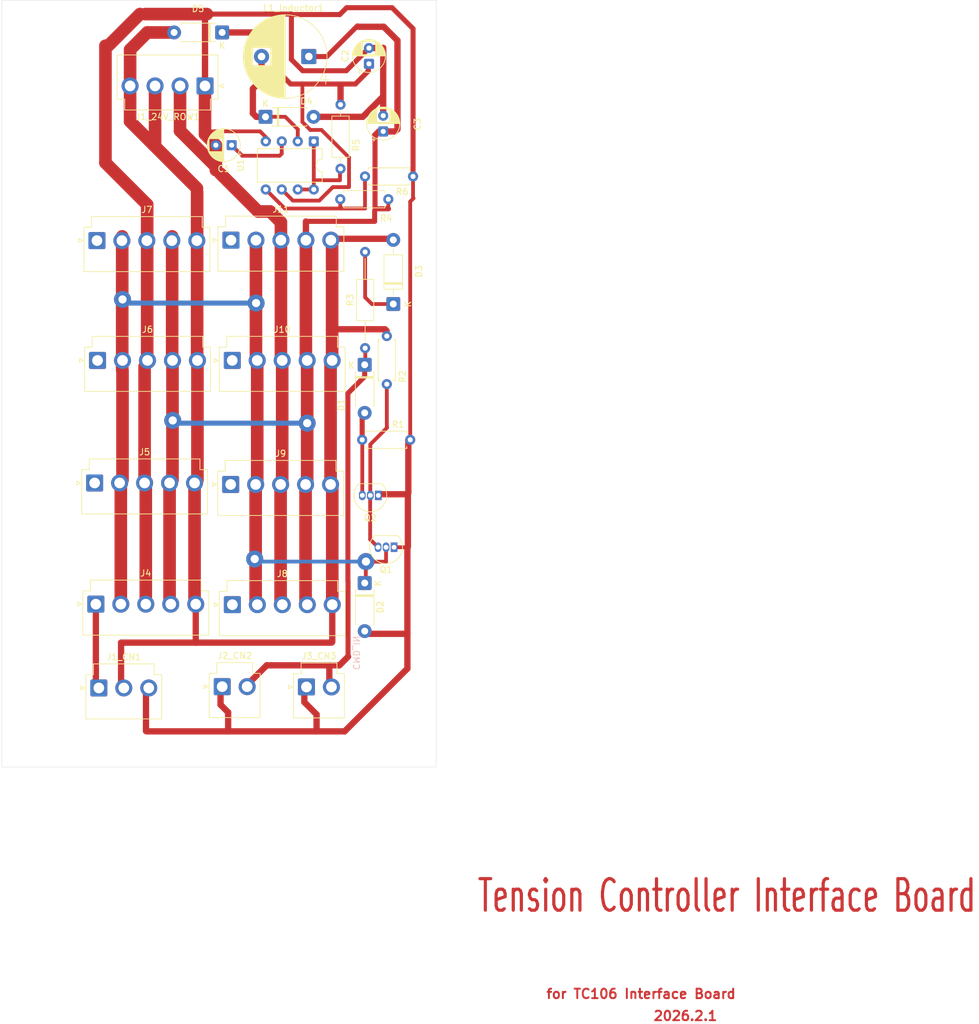
<source format=kicad_pcb>
(kicad_pcb (version 20241229) (generator "pcbnew") (generator_version "9.0")
  (layers (0 "F.Cu" signal) (2 "B.Cu" signal) (13 "F.Paste" user) (15 "B.Paste" user) (5 "F.SilkS" user "F.Silkscreen") (7 "B.SilkS" user "B.Silkscreen") (1 "F.Mask" user) (3 "B.Mask" user) (25 "Edge.Cuts" user))
  (net 0 "")
  (net 1 "+24V")
  (net 2 "Net-(U1-DC)")
  (net 3 "Net-(D3-K)")
  (net 4 "Net-(U1-TC)")
  (net 5 "Net-(D4-K)")
  (net 6 "/CMD_IN")
  (net 7 "Net-(D5-K)")
  (net 12 "Net-(D1-A)")
  (net 13 "GND")
  (net 14 "Net-(U1-Vfb)")
  (net 15 "Net-(J10-Pin_4)")
  (net 19 "Net-(J1_CN1-Pin_1)")
  (net 20 "/TC_CMD_BUS")
  (net 21 "Net-(Q1-C)")
  (footprint "Capacitor_THT:CP_Radial_D5.0mm_P2.50mm" (layer "F.Cu") (at 169.28 52.94 90)
    (property "Reference" "C3" (at 1.14 5.43 90) (layer "F.SilkS"))
    (property "Value" "470uF 16V")
    (pad "1" thru_hole roundrect (at 0 0 90) (size 1.6 1.6) (drill 0.8) (layers "*.Cu" "*.Mask") (roundrect_rratio 0.15625) (net 15 "Net-(J10-Pin_4)"))
    (pad "2" thru_hole circle (at 2.5 0 90) (size 1.6 1.6) (drill 0.8) (layers "*.Cu" "*.Mask") (net 13 "GND"))
  )
  (footprint "Resistor_THT:R_Axial_DIN0207_L6.3mm_D2.5mm_P7.62mm_Horizontal" (layer "F.Cu") (at 174.01 60.07 180)
    (property "Reference" "R6" (at 1.73 -2.41 0) (layer "F.SilkS"))
    (property "Value" "1k")
    (pad "1" thru_hole circle (at 0 0 180) (size 1.6 1.6) (drill 0.8) (layers "*.Cu" "*.Mask") (net 13 "GND"))
    (pad "2" thru_hole circle (at 7.62 0 180) (size 1.6 1.6) (drill 0.8) (layers "*.Cu" "*.Mask") (net 14 "Net-(U1-Vfb)"))
  )
  (footprint "Resistor_THT:R_Axial_DIN0207_L6.3mm_D2.5mm_P7.62mm_Horizontal" (layer "F.Cu") (at 165.94 101.81)
    (property "Reference" "R1" (at 5.71 -2.42 0) (layer "F.SilkS"))
    (property "Value" "220")
    (pad "1" thru_hole circle (at 0 0) (size 1.6 1.6) (drill 0.8) (layers "*.Cu" "*.Mask") (net 12 "Net-(D1-A)"))
    (pad "2" thru_hole circle (at 7.62 0) (size 1.6 1.6) (drill 0.8) (layers "*.Cu" "*.Mask") (net 13 "GND"))
  )
  (footprint "Connector_JST:JST_VH_B2P-VH-B_1x02_P3.96mm_Vertical" (layer "F.Cu") (at 143.7425 140.93)
    (property "Reference" "J2_CN2" (at 1.98 -4.9 0) (layer "F.SilkS"))
    (property "Value" "JST_VH_01x02")
    (pad "1" thru_hole roundrect (at 0 0) (size 2.7 2.7) (drill 1.7) (layers "*.Cu" "*.Mask") (roundrect_rratio 0.092593) (net 13 "GND"))
    (pad "2" thru_hole circle (at 3.96 0) (size 2.7 2.7) (drill 1.7) (layers "*.Cu" "*.Mask") (net 6 "/CMD_IN"))
  )
  (footprint "Connector_JST:JST_VH_B5P-VH-B_1x05_P3.96mm_Vertical" (layer "F.Cu") (at 145.36 127.94)
    (property "Reference" "J8" (at 7.92 -4.9 0) (layer "F.SilkS"))
    (property "Value" "Conn_01x05" (hide yes))
    (pad "1" thru_hole roundrect (at 0 0) (size 2.7 2.7) (drill 1.7) (layers "*.Cu" "*.Mask") (roundrect_rratio 0.092593))
    (pad "2" thru_hole circle (at 3.96 0) (size 2.7 2.7) (drill 1.7) (layers "*.Cu" "*.Mask") (net 20 "/TC_CMD_BUS"))
    (pad "3" thru_hole circle (at 7.92 0) (size 2.7 2.7) (drill 1.7) (layers "*.Cu" "*.Mask") (net 13 "GND"))
    (pad "4" thru_hole circle (at 11.88 0) (size 2.7 2.7) (drill 1.7) (layers "*.Cu" "*.Mask") (net 15 "Net-(J10-Pin_4)"))
    (pad "5" thru_hole circle (at 15.84 0) (size 2.7 2.7) (drill 1.7) (layers "*.Cu" "*.Mask") (net 1 "+24V"))
  )
  (footprint "Resistor_THT:R_Axial_DIN0207_L6.3mm_D2.5mm_P7.62mm_Horizontal" (layer "F.Cu") (at 169.8498 92.9894 90)
    (property "Reference" "R2" (at 1.21 2.49 90) (layer "F.SilkS"))
    (property "Value" "10k")
    (pad "1" thru_hole circle (at 0 0 90) (size 1.6 1.6) (drill 0.8) (layers "*.Cu" "*.Mask") (net 21 "Net-(Q1-C)"))
    (pad "2" thru_hole circle (at 7.62 0 90) (size 1.6 1.6) (drill 0.8) (layers "*.Cu" "*.Mask") (net 1 "+24V"))
  )
  (footprint "Connector_JST:JST_VH_B5P-VH-B_1x05_P3.96mm_Vertical" (layer "F.Cu") (at 145.09 108.89)
    (property "Reference" "J9" (at 7.92 -4.9 0) (layer "F.SilkS"))
    (property "Value" "Conn_01x05" (hide yes))
    (pad "1" thru_hole roundrect (at 0 0) (size 2.7 2.7) (drill 1.7) (layers "*.Cu" "*.Mask") (roundrect_rratio 0.092593))
    (pad "2" thru_hole circle (at 3.96 0) (size 2.7 2.7) (drill 1.7) (layers "*.Cu" "*.Mask") (net 20 "/TC_CMD_BUS"))
    (pad "3" thru_hole circle (at 7.92 0) (size 2.7 2.7) (drill 1.7) (layers "*.Cu" "*.Mask") (net 13 "GND"))
    (pad "4" thru_hole circle (at 11.88 0) (size 2.7 2.7) (drill 1.7) (layers "*.Cu" "*.Mask") (net 15 "Net-(J10-Pin_4)"))
    (pad "5" thru_hole circle (at 15.84 0) (size 2.7 2.7) (drill 1.7) (layers "*.Cu" "*.Mask") (net 1 "+24V"))
  )
  (footprint "Connector_JST:JST_VH_B2P-VH-B_1x02_P3.96mm_Vertical" (layer "F.Cu") (at 157.11 140.98)
    (property "Reference" "J3_CN3" (at 1.98 -4.9 0) (layer "F.SilkS"))
    (property "Value" "JST_VH_01x02")
    (pad "1" thru_hole roundrect (at 0 0) (size 2.7 2.7) (drill 1.7) (layers "*.Cu" "*.Mask") (roundrect_rratio 0.092593) (net 13 "GND"))
    (pad "2" thru_hole circle (at 3.96 0) (size 2.7 2.7) (drill 1.7) (layers "*.Cu" "*.Mask") (net 6 "/CMD_IN"))
  )
  (footprint "Resistor_THT:R_Axial_DIN0207_L6.3mm_D2.5mm_P15.24mm_Horizontal" (layer "F.Cu") (at 166.41 87.28 90)
    (property "Reference" "R3" (at 7.62 -2.37 90) (layer "F.SilkS"))
    (property "Value" "1.2k")
    (pad "1" thru_hole circle (at 0 0 90) (size 1.6 1.6) (drill 0.8) (layers "*.Cu" "*.Mask") (net 6 "/CMD_IN"))
    (pad "2" thru_hole circle (at 15.24 0 90) (size 1.6 1.6) (drill 0.8) (layers "*.Cu" "*.Mask") (net 3 "Net-(D3-K)"))
  )
  (footprint "Diode_THT:D_DO-41_SOD81_P7.62mm_Horizontal" (layer "F.Cu") (at 166.3446 124.5108 -90)
    (property "Reference" "D2" (at 3.81 -2.47 90) (layer "F.SilkS"))
    (property "Value" "1N4148" (hide yes))
    (fp_text user "K" (at 0 -2.1 90) (layer "F.SilkS"))
    (pad "1" thru_hole roundrect (at 0 0 270) (size 2.2 2.2) (drill 1.1) (layers "*.Cu" "*.Mask") (roundrect_rratio 0.113636) (net 20 "/TC_CMD_BUS"))
    (pad "2" thru_hole circle (at 7.62 0 270) (size 2.2 2.2) (drill 1.1) (layers "*.Cu" "*.Mask") (net 13 "GND"))
  )
  (footprint "Diode_THT:D_DO-41_SOD81_P7.62mm_Horizontal" (layer "F.Cu") (at 166.34 89.92 -90)
    (property "Reference" "D1" (at 6.37 3.71 90) (layer "F.SilkS"))
    (property "Value" "1N4148")
    (fp_text user "K" (at 0.12 2.11 180) (layer "F.SilkS"))
    (pad "1" thru_hole roundrect (at 0 0 270) (size 2.2 2.2) (drill 1.1) (layers "*.Cu" "*.Mask") (roundrect_rratio 0.113636) (net 6 "/CMD_IN"))
    (pad "2" thru_hole circle (at 7.62 0 270) (size 2.2 2.2) (drill 1.1) (layers "*.Cu" "*.Mask") (net 12 "Net-(D1-A)"))
  )
  (footprint "Connector_JST:JST_VH_B5P-VH-B_1x05_P3.96mm_Vertical" (layer "F.Cu") (at 123.52 108.65)
    (property "Reference" "J5" (at 7.92 -4.9 0) (layer "F.SilkS"))
    (property "Value" "Conn_01x05" (hide yes))
    (pad "1" thru_hole roundrect (at 0 0) (size 2.7 2.7) (drill 1.7) (layers "*.Cu" "*.Mask") (roundrect_rratio 0.092593))
    (pad "2" thru_hole circle (at 3.96 0) (size 2.7 2.7) (drill 1.7) (layers "*.Cu" "*.Mask") (net 20 "/TC_CMD_BUS"))
    (pad "3" thru_hole circle (at 7.92 0) (size 2.7 2.7) (drill 1.7) (layers "*.Cu" "*.Mask") (net 13 "GND"))
    (pad "4" thru_hole circle (at 11.88 0) (size 2.7 2.7) (drill 1.7) (layers "*.Cu" "*.Mask") (net 15 "Net-(J10-Pin_4)"))
    (pad "5" thru_hole circle (at 15.84 0) (size 2.7 2.7) (drill 1.7) (layers "*.Cu" "*.Mask") (net 1 "+24V"))
  )
  (footprint "Diode_THT:D_DO-41_SOD81_P7.62mm_Horizontal" (layer "F.Cu") (at 150.61 50.62)
    (property "Reference" "D4" (at 6.496428 -2.48 0) (layer "F.SilkS"))
    (property "Value" "1N5819")
    (fp_text user "K" (at 0 -2.1 0) (layer "F.SilkS"))
    (pad "1" thru_hole roundrect (at 0 0) (size 2.2 2.2) (drill 1.1) (layers "*.Cu" "*.Mask") (roundrect_rratio 0.113636) (net 5 "Net-(D4-K)"))
    (pad "2" thru_hole circle (at 7.62 0) (size 2.2 2.2) (drill 1.1) (layers "*.Cu" "*.Mask") (net 13 "GND"))
  )
  (footprint "Package_TO_SOT_THT:TO-92_Inline" (layer "F.Cu") (at 168.5 110.62 180)
    (property "Reference" "Q2" (at 1.27 -3.56 0) (layer "F.SilkS"))
    (property "Value" "DTC143E")
    (pad "1" thru_hole rect (at 0 0 180) (size 1.05 1.5) (drill 0.75) (layers "*.Cu" "*.Mask") (net 13 "GND"))
    (pad "2" thru_hole oval (at 1.27 0 180) (size 1.05 1.5) (drill 0.75) (layers "*.Cu" "*.Mask") (net 21 "Net-(Q1-C)"))
    (pad "3" thru_hole oval (at 2.54 0 180) (size 1.05 1.5) (drill 0.75) (layers "*.Cu" "*.Mask") (net 12 "Net-(D1-A)"))
  )
  (footprint "Capacitor_THT:CP_Radial_D13.0mm_P7.50mm" (layer "F.Cu") (at 157.485216 41.07 180)
    (property "Reference" "L1_Inductor1" (at 2.428788 7.7 0) (layer "F.SilkS"))
    (property "Value" "L_Ferrite" (hide yes))
    (pad "1" thru_hole roundrect (at 0 0 180) (size 2.4 2.4) (drill 1.2) (layers "*.Cu" "*.Mask") (roundrect_rratio 0.104167) (net 15 "Net-(J10-Pin_4)"))
    (pad "2" thru_hole circle (at 7.5 0 180) (size 2.4 2.4) (drill 1.2) (layers "*.Cu" "*.Mask") (net 5 "Net-(D4-K)"))
  )
  (footprint "Capacitor_THT:CP_Radial_D5.0mm_P2.50mm" (layer "F.Cu") (at 167.02 42.22 90)
    (property "Reference" "C2" (at 1.25 -3.75 90) (layer "F.SilkS"))
    (property "Value" "470pF 100V")
    (pad "1" thru_hole roundrect (at 0 0 90) (size 1.6 1.6) (drill 0.8) (layers "*.Cu" "*.Mask") (roundrect_rratio 0.15625) (net 7 "Net-(D5-K)"))
    (pad "2" thru_hole circle (at 2.5 0 90) (size 1.6 1.6) (drill 0.8) (layers "*.Cu" "*.Mask") (net 13 "GND"))
  )
  (footprint "Resistor_THT:R_Axial_DIN0207_L6.3mm_D2.5mm_P10.16mm_Horizontal" (layer "F.Cu") (at 162.51 48.69 -90)
    (property "Reference" "R5" (at 6.42 -2.5 90) (layer "F.SilkS"))
    (property "Value" "0.22")
    (pad "1" thru_hole circle (at 0 0 270) (size 1.6 1.6) (drill 0.8) (layers "*.Cu" "*.Mask") (net 7 "Net-(D5-K)"))
    (pad "2" thru_hole circle (at 10.16 0 270) (size 1.6 1.6) (drill 0.8) (layers "*.Cu" "*.Mask") (net 2 "Net-(U1-DC)"))
  )
  (footprint "Capacitor_THT:CP_Radial_D5.0mm_P2.50mm" (layer "F.Cu") (at 145.24 55.11 180)
    (property "Reference" "C1" (at 1.25 -3.75 0) (layer "F.SilkS"))
    (property "Value" "1000uF 35V")
    (pad "1" thru_hole roundrect (at 0 0 180) (size 1.6 1.6) (drill 0.8) (layers "*.Cu" "*.Mask") (roundrect_rratio 0.15625) (net 4 "Net-(U1-TC)"))
    (pad "2" thru_hole circle (at 2.5 0 180) (size 1.6 1.6) (drill 0.8) (layers "*.Cu" "*.Mask") (net 13 "GND"))
  )
  (footprint "Package_TO_SOT_THT:TO-92_Inline" (layer "F.Cu") (at 171 118.84 180)
    (property "Reference" "Q1" (at 1.27 -3.56 0) (layer "F.SilkS"))
    (property "Value" "DTC143E")
    (pad "1" thru_hole rect (at 0 0 180) (size 1.05 1.5) (drill 0.75) (layers "*.Cu" "*.Mask") (net 13 "GND"))
    (pad "2" thru_hole oval (at 1.27 0 180) (size 1.05 1.5) (drill 0.75) (layers "*.Cu" "*.Mask") (net 20 "/TC_CMD_BUS"))
    (pad "3" thru_hole oval (at 2.54 0 180) (size 1.05 1.5) (drill 0.75) (layers "*.Cu" "*.Mask") (net 21 "Net-(Q1-C)"))
  )
  (footprint "Diode_THT:D_DO-41_SOD81_P10.16mm_Horizontal" (layer "F.Cu") (at 170.876428 80.29 90)
    (property "Reference" "D3" (at 5.17 4.07 90) (layer "F.SilkS"))
    (property "Value" "1N4148")
    (fp_text user "K" (at -0.01 2.323572 90) (layer "F.SilkS"))
    (pad "1" thru_hole roundrect (at 0 0 90) (size 2.2 2.2) (drill 1.1) (layers "*.Cu" "*.Mask") (roundrect_rratio 0.113636) (net 3 "Net-(D3-K)"))
    (pad "2" thru_hole circle (at 10.16 0 90) (size 2.2 2.2) (drill 1.1) (layers "*.Cu" "*.Mask") (net 1 "+24V"))
  )
  (footprint "Connector_JST:JST_VH_B5P-VH-B_1x05_P3.96mm_Vertical" (layer "F.Cu") (at 123.98 89.23)
    (property "Reference" "J6" (at 7.92 -4.9 0) (layer "F.SilkS"))
    (property "Value" "Conn_01x05" (hide yes))
    (pad "1" thru_hole roundrect (at 0 0) (size 2.7 2.7) (drill 1.7) (layers "*.Cu" "*.Mask") (roundrect_rratio 0.092593))
    (pad "2" thru_hole circle (at 3.96 0) (size 2.7 2.7) (drill 1.7) (layers "*.Cu" "*.Mask") (net 20 "/TC_CMD_BUS"))
    (pad "3" thru_hole circle (at 7.92 0) (size 2.7 2.7) (drill 1.7) (layers "*.Cu" "*.Mask") (net 13 "GND"))
    (pad "4" thru_hole circle (at 11.88 0) (size 2.7 2.7) (drill 1.7) (layers "*.Cu" "*.Mask") (net 15 "Net-(J10-Pin_4)"))
    (pad "5" thru_hole circle (at 15.84 0) (size 2.7 2.7) (drill 1.7) (layers "*.Cu" "*.Mask") (net 1 "+24V"))
  )
  (footprint "Package_DIP:DIP-8_W7.62mm" (layer "F.Cu") (at 158.27 54.515 -90)
    (property "Reference" "U1" (at 3.785 11.62 90) (layer "F.SilkS"))
    (property "Value" "MC34063AP")
    (pad "1" thru_hole roundrect (at 0 0 270) (size 1.6 1.6) (drill 0.8) (layers "*.Cu" "*.Mask") (roundrect_rratio 0.15625) (net 2 "Net-(U1-DC)"))
    (pad "2" thru_hole circle (at 0 2.54 270) (size 1.6 1.6) (drill 0.8) (layers "*.Cu" "*.Mask") (net 5 "Net-(D4-K)"))
    (pad "3" thru_hole circle (at 0 5.08 270) (size 1.6 1.6) (drill 0.8) (layers "*.Cu" "*.Mask") (net 4 "Net-(U1-TC)"))
    (pad "4" thru_hole circle (at 0 7.62 270) (size 1.6 1.6) (drill 0.8) (layers "*.Cu" "*.Mask") (net 13 "GND"))
    (pad "5" thru_hole circle (at 7.62 7.62 270) (size 1.6 1.6) (drill 0.8) (layers "*.Cu" "*.Mask") (net 14 "Net-(U1-Vfb)"))
    (pad "6" thru_hole circle (at 7.62 5.08 270) (size 1.6 1.6) (drill 0.8) (layers "*.Cu" "*.Mask") (net 7 "Net-(D5-K)"))
    (pad "7" thru_hole circle (at 7.62 2.54 270) (size 1.6 1.6) (drill 0.8) (layers "*.Cu" "*.Mask") (net 2 "Net-(U1-DC)"))
    (pad "8" thru_hole circle (at 7.62 0 270) (size 1.6 1.6) (drill 0.8) (layers "*.Cu" "*.Mask") (net 2 "Net-(U1-DC)"))
  )
  (footprint "Connector_JST:JST_VH_B4P-VH-B_1x04_P3.96mm_Vertical" (layer "F.Cu") (at 141.02 45.72 180)
    (property "Reference" "J1_24V_ROW1" (at 5.94 -4.9 0) (layer "F.SilkS"))
    (property "Value" "Conn_01x04" (hide yes))
    (pad "1" thru_hole roundrect (at 0 0 180) (size 2.7 2.7) (drill 1.7) (layers "*.Cu" "*.Mask") (roundrect_rratio 0.092593) (net 13 "GND"))
    (pad "2" thru_hole circle (at 3.96 0 180) (size 2.7 2.7) (drill 1.7) (layers "*.Cu" "*.Mask") (net 13 "GND"))
    (pad "3" thru_hole circle (at 7.92 0 180) (size 2.7 2.7) (drill 1.7) (layers "*.Cu" "*.Mask") (net 1 "+24V"))
    (pad "4" thru_hole circle (at 11.88 0 180) (size 2.7 2.7) (drill 1.7) (layers "*.Cu" "*.Mask") (net 1 "+24V"))
  )
  (footprint "Connector_JST:JST_VH_B5P-VH-B_1x05_P3.96mm_Vertical" (layer "F.Cu") (at 123.71 127.86)
    (property "Reference" "J4" (at 7.92 -4.9 0) (layer "F.SilkS"))
    (property "Value" "Conn_01x05" (hide yes))
    (pad "1" thru_hole roundrect (at 0 0) (size 2.7 2.7) (drill 1.7) (layers "*.Cu" "*.Mask") (roundrect_rratio 0.092593) (net 19 "Net-(J1_CN1-Pin_1)"))
    (pad "2" thru_hole circle (at 3.96 0) (size 2.7 2.7) (drill 1.7) (layers "*.Cu" "*.Mask") (net 20 "/TC_CMD_BUS"))
    (pad "3" thru_hole circle (at 7.92 0) (size 2.7 2.7) (drill 1.7) (layers "*.Cu" "*.Mask") (net 13 "GND"))
    (pad "4" thru_hole circle (at 11.88 0) (size 2.7 2.7) (drill 1.7) (layers "*.Cu" "*.Mask") (net 15 "Net-(J10-Pin_4)"))
    (pad "5" thru_hole circle (at 15.84 0) (size 2.7 2.7) (drill 1.7) (layers "*.Cu" "*.Mask") (net 1 "+24V"))
  )
  (footprint "Connector_JST:JST_VH_B5P-VH-B_1x05_P3.96mm_Vertical" (layer "F.Cu") (at 145.14 70.17)
    (property "Reference" "J11" (at 7.92 -4.9 0) (layer "F.SilkS"))
    (property "Value" "Conn_01x05" (hide yes))
    (pad "1" thru_hole roundrect (at 0 0) (size 2.7 2.7) (drill 1.7) (layers "*.Cu" "*.Mask") (roundrect_rratio 0.092593))
    (pad "2" thru_hole circle (at 3.96 0) (size 2.7 2.7) (drill 1.7) (layers "*.Cu" "*.Mask") (net 20 "/TC_CMD_BUS"))
    (pad "3" thru_hole circle (at 7.92 0) (size 2.7 2.7) (drill 1.7) (layers "*.Cu" "*.Mask") (net 13 "GND"))
    (pad "4" thru_hole circle (at 11.88 0) (size 2.7 2.7) (drill 1.7) (layers "*.Cu" "*.Mask") (net 15 "Net-(J10-Pin_4)"))
    (pad "5" thru_hole circle (at 15.84 0) (size 2.7 2.7) (drill 1.7) (layers "*.Cu" "*.Mask") (net 1 "+24V"))
  )
  (footprint "Diode_THT:D_DO-41_SOD81_P7.62mm_Horizontal" (layer "F.Cu") (at 143.74 37.25 180)
    (property "Reference" "D5" (at 3.833572 3.75 0) (layer "F.SilkS"))
    (property "Value" "1N4007")
    (fp_text user "K" (at 0 -2.1 0) (layer "F.SilkS"))
    (pad "1" thru_hole roundrect (at 0 0 180) (size 2.2 2.2) (drill 1.1) (layers "*.Cu" "*.Mask") (roundrect_rratio 0.113636) (net 7 "Net-(D5-K)"))
    (pad "2" thru_hole circle (at 7.62 0 180) (size 2.2 2.2) (drill 1.1) (layers "*.Cu" "*.Mask") (net 1 "+24V"))
  )
  (footprint "Connector_JST:JST_VH_B3P-VH-B_1x03_P3.96mm_Vertical" (layer "F.Cu") (at 124.18 141.14)
    (property "Reference" "J1_CN1" (at 3.96 -4.9 0) (layer "F.SilkS"))
    (property "Value" "JST_VH_01x03")
    (pad "1" thru_hole roundrect (at 0 0) (size 2.7 2.7) (drill 1.7) (layers "*.Cu" "*.Mask") (roundrect_rratio 0.092593) (net 19 "Net-(J1_CN1-Pin_1)"))
    (pad "2" thru_hole circle (at 3.96 0) (size 2.7 2.7) (drill 1.7) (layers "*.Cu" "*.Mask") (net 1 "+24V"))
    (pad "3" thru_hole circle (at 7.92 0) (size 2.7 2.7) (drill 1.7) (layers "*.Cu" "*.Mask") (net 13 "GND"))
  )
  (footprint "Connector_JST:JST_VH_B5P-VH-B_1x05_P3.96mm_Vertical" (layer "F.Cu") (at 145.34 89.23)
    (property "Reference" "J10" (at 7.92 -4.9 0) (layer "F.SilkS"))
    (property "Value" "Conn_01x05" (hide yes))
    (pad "1" thru_hole roundrect (at 0 0) (size 2.7 2.7) (drill 1.7) (layers "*.Cu" "*.Mask") (roundrect_rratio 0.092593))
    (pad "2" thru_hole circle (at 3.96 0) (size 2.7 2.7) (drill 1.7) (layers "*.Cu" "*.Mask") (net 20 "/TC_CMD_BUS"))
    (pad "3" thru_hole circle (at 7.92 0) (size 2.7 2.7) (drill 1.7) (layers "*.Cu" "*.Mask") (net 13 "GND"))
    (pad "4" thru_hole circle (at 11.88 0) (size 2.7 2.7) (drill 1.7) (layers "*.Cu" "*.Mask") (net 15 "Net-(J10-Pin_4)"))
    (pad "5" thru_hole circle (at 15.84 0) (size 2.7 2.7) (drill 1.7) (layers "*.Cu" "*.Mask") (net 1 "+24V"))
  )
  (footprint "Connector_JST:JST_VH_B5P-VH-B_1x05_P3.96mm_Vertical" (layer "F.Cu") (at 123.88 70.24)
    (property "Reference" "J7" (at 7.92 -4.9 0) (layer "F.SilkS"))
    (property "Value" "Conn_01x05" (hide yes))
    (pad "1" thru_hole roundrect (at 0 0) (size 2.7 2.7) (drill 1.7) (layers "*.Cu" "*.Mask") (roundrect_rratio 0.092593))
    (pad "2" thru_hole circle (at 3.96 0) (size 2.7 2.7) (drill 1.7) (layers "*.Cu" "*.Mask") (net 20 "/TC_CMD_BUS"))
    (pad "3" thru_hole circle (at 7.92 0) (size 2.7 2.7) (drill 1.7) (layers "*.Cu" "*.Mask") (net 13 "GND"))
    (pad "4" thru_hole circle (at 11.88 0) (size 2.7 2.7) (drill 1.7) (layers "*.Cu" "*.Mask") (net 15 "Net-(J10-Pin_4)"))
    (pad "5" thru_hole circle (at 15.84 0) (size 2.7 2.7) (drill 1.7) (layers "*.Cu" "*.Mask") (net 1 "+24V"))
  )
  (footprint "Resistor_THT:R_Axial_DIN0207_L6.3mm_D2.5mm_P7.62mm_Horizontal" (layer "F.Cu") (at 162.47 63.68)
    (property "Reference" "R4" (at 7.28 3.01 0) (layer "F.SilkS"))
    (property "Value" "6.2k")
    (pad "1" thru_hole circle (at 0 0) (size 1.6 1.6) (drill 0.8) (layers "*.Cu" "*.Mask") (net 14 "Net-(U1-Vfb)"))
    (pad "2" thru_hole circle (at 7.62 0) (size 1.6 1.6) (drill 0.8) (layers "*.Cu" "*.Mask") (net 15 "Net-(J10-Pin_4)"))
  )
  (gr_rect (start 108.8 32.13) (end 177.69 153.68) (stroke (width 0.05)) (fill no) (layer "Edge.Cuts"))
  (gr_text "Tension Controller Interface Board" (at 184 177 0) (layer "F.Cu") (effects (font (size 5 3) (thickness 0.5)) (justify left bottom)))
  (gr_text "for TC106 Interface Board" (at 195 190.5 0) (layer "F.Cu") (effects (font (size 1.5 1.5) (thickness 0.3) (bold yes)) (justify left bottom)))
  (gr_text "2026.2.1" (at 212 194 0) (layer "F.Cu") (effects (font (size 1.5 1.5) (thickness 0.3) (bold yes)) (justify left bottom)))
  (gr_text "CMD_IN" (at 164.4142 138.3538 270) (layer "B.SilkS") (effects (font (size 1 1) (thickness 0.1)) (justify left bottom mirror)))
  (segment (start 139.82 89.23) (end 139.82 108.19) (width 2) (layer "F.Cu") (net 1))
  (segment (start 161.18 84.38) (end 161.18 70.37) (width 2) (layer "F.Cu") (net 1))
  (segment (start 139.77 69.57) (end 139.77 89.18) (width 2) (layer "F.Cu") (net 1))
  (segment (start 169.81 85.64) (end 169.81 84.51) (width 1) (layer "F.Cu") (net 1))
  (segment (start 161.27 84.29) (end 161.18 84.38) (width 0.2) (layer "F.Cu") (net 1))
  (segment (start 170.86 69.95) (end 161.2 69.95) (width 1) (layer "F.Cu") (net 1))
  (segment (start 127.7125 133.96) (end 139.55 133.96) (width 1) (layer "F.Cu") (net 1))
  (segment (start 139.36 127.67) (end 139.55 127.86) (width 0.2) (layer "F.Cu") (net 1))
  (segment (start 161.2 109.16) (end 160.93 108.89) (width 0.2) (layer "F.Cu") (net 1))
  (segment (start 129.14 45.72) (end 129.14 39.97) (width 2) (layer "F.Cu") (net 1))
  (segment (start 161.2 69.95) (end 160.98 70.17) (width 0.2) (layer "F.Cu") (net 1))
  (segment (start 133.1 54.85) (end 132.87 55.08) (width 0.2) (layer "F.Cu") (net 1))
  (segment (start 139.36 108.65) (end 139.36 127.67) (width 2) (layer "F.Cu") (net 1))
  (segment (start 131.86 37.25) (end 136.12 37.25) (width 2) (layer "F.Cu") (net 1))
  (segment (start 169.81 84.51) (end 169.59 84.29) (width 0.2) (layer "F.Cu") (net 1))
  (segment (start 161.2 133.856428) (end 161.2 127.94) (width 1) (layer "F.Cu") (net 1))
  (segment (start 139.82 108.19) (end 139.36 108.65) (width 0.2) (layer "F.Cu") (net 1))
  (segment (start 139.77 62.54) (end 139.75 62.52) (width 0.2) (layer "F.Cu") (net 1))
  (segment (start 169.59 84.29) (end 161.27 84.29) (width 1) (layer "F.Cu") (net 1))
  (segment (start 161.2 127.94) (end 161.2 109.16) (width 2) (layer "F.Cu") (net 1))
  (segment (start 129.14 51.33) (end 129.14 45.72) (width 2) (layer "F.Cu") (net 1))
  (segment (start 132.87 55.08) (end 129.13 51.34) (width 2) (layer "F.Cu") (net 1))
  (segment (start 129.13 51.34) (end 129.14 51.33) (width 0.2) (layer "F.Cu") (net 1))
  (segment (start 160.93 108.89) (end 160.93 89.48) (width 2) (layer "F.Cu") (net 1))
  (segment (start 139.75 61.96) (end 132.87 55.08) (width 2) (layer "F.Cu") (net 1))
  (segment (start 127.7125 141) (end 127.7125 133.96) (width 1) (layer "F.Cu") (net 1))
  (segment (start 139.55 127.86) (end 139.55 133.96) (width 1) (layer "F.Cu") (net 1))
  (segment (start 139.55 133.96) (end 161.096428 133.96) (width 1) (layer "F.Cu") (net 1))
  (segment (start 161.18 89.23) (end 161.18 84.38) (width 2) (layer "F.Cu") (net 1))
  (segment (start 133.1 45.72) (end 133.1 54.85) (width 2) (layer "F.Cu") (net 1))
  (segment (start 129.14 39.97) (end 131.86 37.25) (width 2) (layer "F.Cu") (net 1))
  (segment (start 161.096428 133.96) (end 161.2 133.856428) (width 0.2) (layer "F.Cu") (net 1))
  (segment (start 161.18 70.37) (end 160.98 70.17) (width 0.2) (layer "F.Cu") (net 1))
  (segment (start 139.77 89.18) (end 139.82 89.23) (width 0.2) (layer "F.Cu") (net 1))
  (segment (start 139.77 69.57) (end 139.77 62.54) (width 2) (layer "F.Cu") (net 1))
  (segment (start 139.75 62.52) (end 139.75 61.96) (width 0.2) (layer "F.Cu") (net 1))
  (segment (start 160.93 89.48) (end 161.18 89.23) (width 0.2) (layer "F.Cu") (net 1))
  (segment (start 162.43 58.71) (end 162.43 60.646428) (width 0.6) (layer "F.Cu") (net 2))
  (segment (start 158.28 60.67) (end 158.27 60.66) (width 0.2) (layer "F.Cu") (net 2))
  (segment (start 158.27 60.66) (end 158.27 60.55) (width 0.2) (layer "F.Cu") (net 2))
  (segment (start 162.406428 60.67) (end 158.28 60.67) (width 0.6) (layer "F.Cu") (net 2))
  (segment (start 162.43 60.646428) (end 162.406428 60.67) (width 0.2) (layer "F.Cu") (net 2))
  (segment (start 158.27 62.135) (end 158.27 60.55) (width 0.6) (layer "F.Cu") (net 2))
  (segment (start 155.73 62.135) (end 158.27 62.135) (width 0.6) (layer "F.Cu") (net 2))
  (segment (start 158.27 60.55) (end 158.27 54.515) (width 0.6) (layer "F.Cu") (net 2))
  (segment (start 170.876428 80.29) (end 167.5 80.29) (width 0.6) (layer "F.Cu") (net 3))
  (segment (start 166.41 79.22) (end 166.41 72.04) (width 0.6) (layer "F.Cu") (net 3))
  (segment (start 167.5 80.29) (end 167.49 80.3) (width 0.2) (layer "F.Cu") (net 3))
  (segment (start 167.49 80.3) (end 166.41 79.22) (width 0.6) (layer "F.Cu") (net 3))
  (segment (start 153.74 55.065) (end 153.19 54.515) (width 0.2) (layer "F.Cu") (net 4))
  (segment (start 145.24 55.11) (end 146.92 56.79) (width 0.6) (layer "F.Cu") (net 4))
  (segment (start 146.92 56.79) (end 152.86 56.79) (width 0.6) (layer "F.Cu") (net 4))
  (segment (start 153.19 56.46) (end 153.19 54.515) (width 0.6) (layer "F.Cu") (net 4))
  (segment (start 152.86 56.79) (end 153.19 56.46) (width 0.6) (layer "F.Cu") (net 4))
  (segment (start 150.61 50.62) (end 149.15 50.62) (width 1) (layer "F.Cu") (net 5))
  (segment (start 155.73 54.515) (end 155.73 52.68) (width 0.6) (layer "F.Cu") (net 5))
  (segment (start 149.15 50.62) (end 148.61 50.08) (width 1) (layer "F.Cu") (net 5))
  (segment (start 153.75 50.62) (end 150.61 50.62) (width 0.6) (layer "F.Cu") (net 5))
  (segment (start 148.61 46.17) (end 149.985216 44.794784) (width 1) (layer "F.Cu") (net 5))
  (segment (start 148.61 50.08) (end 148.61 46.17) (width 1) (layer "F.Cu") (net 5))
  (segment (start 153.82 50.69) (end 153.75 50.62) (width 0.2) (layer "F.Cu") (net 5))
  (segment (start 155.73 52.68) (end 155.77 52.64) (width 0.2) (layer "F.Cu") (net 5))
  (segment (start 149.985216 44.794784) (end 149.985216 41.07) (width 1) (layer "F.Cu") (net 5))
  (segment (start 155.77 52.64) (end 153.82 50.69) (width 0.6) (layer "F.Cu") (net 5))
  (segment (start 151.59 137.55) (end 160.81 137.55) (width 1) (layer "F.Cu") (net 6))
  (segment (start 166.44 89.82) (end 166.34 89.92) (width 0.2) (layer "F.Cu") (net 6))
  (segment (start 162.34 137.55) (end 163.7 136.19) (width 1) (layer "F.Cu") (net 6))
  (segment (start 163.76 136.19) (end 163.7 136.13) (width 0.2) (layer "F.Cu") (net 6))
  (segment (start 163.7 136.19) (end 163.76 136.19) (width 0.2) (layer "F.Cu") (net 6))
  (segment (start 166.34 91.78) (end 165.67 92.45) (width 0.8) (layer "F.Cu") (net 6))
  (segment (start 160.81 137.55) (end 162.34 137.55) (width 1) (layer "F.Cu") (net 6))
  (segment (start 163.7 136.13) (end 163.7 124.243572) (width 0.8) (layer "F.Cu") (net 6))
  (segment (start 150.8025 137.55) (end 151.59 137.55) (width 1) (layer "F.Cu") (net 6))
  (segment (start 147.4425 140.91) (end 150.8025 137.55) (width 1) (layer "F.Cu") (net 6))
  (segment (start 166.34 89.92) (end 166.34 91.78) (width 0.8) (layer "F.Cu") (net 6))
  (segment (start 166.44 87.87) (end 166.44 89.82) (width 0.6) (layer "F.Cu") (net 6))
  (segment (start 160.7325 137.7125) (end 160.69 137.67) (width 0.2) (layer "F.Cu") (net 6))
  (segment (start 165.67 92.45) (end 163.68 94.44) (width 0.8) (layer "F.Cu") (net 6))
  (segment (start 160.7325 140.91) (end 160.7325 137.7125) (width 1) (layer "F.Cu") (net 6))
  (segment (start 163.68 94.44) (end 163.68 124.223572) (width 0.8) (layer "F.Cu") (net 6))
  (segment (start 160.69 137.67) (end 160.81 137.55) (width 0.2) (layer "F.Cu") (net 6))
  (segment (start 163.86 61.74) (end 163.86 57.09) (width 0.6) (layer "F.Cu") (net 7))
  (segment (start 167.321 42.4039) (end 167.0861 42.169) (width 0.2) (layer "F.Cu") (net 7))
  (segment (start 156.46 45.463572) (end 156.416428 45.42) (width 0.2) (layer "F.Cu") (net 7))
  (segment (start 154.6 45.42) (end 156.416428 45.42) (width 0.8) (layer "F.Cu") (net 7))
  (segment (start 163.84 61.76) (end 163.86 61.74) (width 0.2) (layer "F.Cu") (net 7))
  (segment (start 156.46 51.44) (end 156.46 45.463572) (width 0.6) (layer "F.Cu") (net 7))
  (segment (start 166.92 42.57) (end 166.92 43.36) (width 0.8) (layer "F.Cu") (net 7))
  (segment (start 150.12 37.25) (end 152.54 39.67) (width 1) (layer "F.Cu") (net 7))
  (segment (start 143.74 37.25) (end 150.12 37.25) (width 1) (layer "F.Cu") (net 7))
  (segment (start 159.136428 63.9) (end 160.386428 62.65) (width 0.6) (layer "F.Cu") (net 7))
  (segment (start 159.49 52.7) (end 157.72 52.7) (width 0.6) (layer "F.Cu") (net 7))
  (segment (start 154.936428 63.881428) (end 154.936428 63.9) (width 0.2) (layer "F.Cu") (net 7))
  (segment (start 162.51 45.881) (end 162.57 45.821) (width 0.2) (layer "F.Cu") (net 7))
  (segment (start 162.57 45.821) (end 162.66 45.911) (width 0.2) (layer "F.Cu") (net 7))
  (segment (start 161.29 61.76) (end 163.84 61.76) (width 0.6) (layer "F.Cu") (net 7))
  (segment (start 157.72 52.7) (end 156.46 51.44) (width 0.6) (layer "F.Cu") (net 7))
  (segment (start 152.54 39.67) (end 152.54 43.36) (width 1) (layer "F.Cu") (net 7))
  (segment (start 163.86 57.09) (end 163.87 57.08) (width 0.2) (layer "F.Cu") (net 7))
  (segment (start 152.54 43.36) (end 154.6 45.42) (width 0.8) (layer "F.Cu") (net 7))
  (segment (start 164.86 45.42) (end 156.416428 45.42) (width 0.8) (layer "F.Cu") (net 7))
  (segment (start 160.386428 62.65) (end 160.4 62.65) (width 0.2) (layer "F.Cu") (net 7))
  (segment (start 163.87 57.08) (end 159.49 52.7) (width 0.6) (layer "F.Cu") (net 7))
  (segment (start 154.936428 63.9) (end 159.136428 63.9) (width 0.6) (layer "F.Cu") (net 7))
  (segment (start 153.19 62.135) (end 154.936428 63.881428) (width 0.6) (layer "F.Cu") (net 7))
  (segment (start 160.4 62.65) (end 161.29 61.76) (width 0.6) (layer "F.Cu") (net 7))
  (segment (start 166.92 43.36) (end 164.86 45.42) (width 0.8) (layer "F.Cu") (net 7))
  (segment (start 162.51 48.69) (end 162.51 45.881) (width 1) (layer "F.Cu") (net 7))
  (segment (start 165.96 102.24) (end 165.64 101.92) (width 0.2) (layer "F.Cu") (net 12))
  (segment (start 165.96 110.62) (end 165.96 102.24) (width 0.6) (layer "F.Cu") (net 12))
  (segment (start 165.94 97.94) (end 166.34 97.54) (width 0.2) (layer "F.Cu") (net 12))
  (segment (start 165.64 98.27) (end 165.67 98.24) (width 0.2) (layer "F.Cu") (net 12))
  (segment (start 165.94 101.81) (end 165.94 97.94) (width 0.8) (layer "F.Cu") (net 12))
  (segment (start 174.01 63.43) (end 174.01 60.771) (width 0.6) (layer "F.Cu") (net 13))
  (segment (start 166.84 132.56) (end 166.71 132.43) (width 1) (layer "F.Cu") (net 13))
  (segment (start 125.23 39.35) (end 125.69 39.35) (width 0.2) (layer "F.Cu") (net 13))
  (segment (start 142.74 58.52) (end 142.74 59.073572) (width 0.2) (layer "F.Cu") (net 13))
  (segment (start 131.536428 34.34) (end 141.33 34.34) (width 2) (layer "F.Cu") (net 13))
  (segment (start 131.44 108.65) (end 131.44 90.2) (width 2) (layer "F.Cu") (net 13))
  (segment (start 141.02 45.72) (end 141.02 34.43) (width 1) (layer "F.Cu") (net 13))
  (segment (start 168.68 110.44) (end 168.5 110.62) (width 0.2) (layer "F.Cu") (net 13))
  (segment (start 173.11 110.44) (end 173.26 110.29) (width 0.2) (layer "F.Cu") (net 13))
  (segment (start 153.01 127.67) (end 153.28 127.94) (width 0.2) (layer "F.Cu") (net 13))
  (segment (start 154.72 41.53) (end 156.51 43.32) (width 0.8) (layer "F.Cu") (net 13))
  (segment (start 130.71 34.33) (end 131.526428 34.33) (width 0.2) (layer "F.Cu") (net 13))
  (segment (start 141.25 52.92) (end 141.036428 52.706428) (width 0.2) (layer "F.Cu") (net 13))
  (segment (start 143.4825 140.91) (end 143.4825 143.7925) (width 1) (layer "F.Cu") (net 13))
  (segment (start 144.69 147.91) (end 144.58 148.02) (width 0.2) (layer "F.Cu") (net 13))
  (segment (start 153.06 67.34) (end 151.34 65.62) (width 2) (layer "F.Cu") (net 13))
  (segment (start 173.16 118.84) (end 173.19 118.81) (width 0.2) (layer "F.Cu") (net 13))
  (segment (start 173.11 132.56) (end 166.84 132.56) (width 1) (layer "F.Cu") (net 13))
  (segment (start 131.44 108.83) (end 131.63 109.02) (width 0.2) (layer "F.Cu") (net 13))
  (segment (start 153.06 89.03) (end 153.26 89.23) (width 0.2) (layer "F.Cu") (net 13))
  (segment (start 154.726428 34.34) (end 154.72 34.346428) (width 0.2) (layer "F.Cu") (net 13))
  (segment (start 158.71 145.33) (end 158.71 147.91) (width 1) (layer "F.Cu") (net 13))
  (segment (start 174.01 36.65) (end 170.68 33.32) (width 0.8) (layer "F.Cu") (net 13))
  (segment (start 141.036428 51.086428) (end 141.02 51.07) (width 0.2) (layer "F.Cu") (net 13))
  (segment (start 171 118.84) (end 173.16 118.84) (width 0.6) (layer "F.Cu") (net 13))
  (segment (start 173.11 138.07) (end 163.16 148.02) (width 1) (layer "F.Cu") (net 13))
  (segment (start 131.63 109.02) (end 131.63 127.86) (width 2) (layer "F.Cu") (net 13))
  (segment (start 141.22 34.34) (end 154.726428 34.34) (width 0.8) (layer "F.Cu") (net 13))
  (segment (start 172.99 118.84) (end 171 118.84) (width 0.2) (layer "F.Cu") (net 13))
  (segment (start 131.72 148.02) (end 144.58 148.02) (width 1) (layer "F.Cu") (net 13))
  (segment (start 153.01 108.89) (end 153.01 127.67) (width 2) (layer "F.Cu") (net 13))
  (segment (start 163.42 43.32) (end 167.02 39.72) (width 0.8) (layer "F.Cu") (net 13))
  (segment (start 144.58 148.02) (end 158.6 148.02) (width 1) (layer "F.Cu") (net 13))
  (segment (start 131.44 108.65) (end 131.44 108.83) (width 0.2) (layer "F.Cu") (net 13))
  (segment (start 151.2 54.375) (end 149.745 52.92) (width 0.6) (layer "F.Cu") (net 13))
  (segment (start 156.51 43.32) (end 163.42 43.32) (width 0.8) (layer "F.Cu") (net 13))
  (segment (start 144.69 145) (end 144.69 147.91) (width 1) (layer "F.Cu") (net 13))
  (segment (start 169.28 42.62) (end 169.286428 42.613572) (width 0.2) (layer "F.Cu") (net 13))
  (segment (start 131.85 69.57) (end 131.85 64.53) (width 2) (layer "F.Cu") (net 13))
  (segment (start 141.02 34.43) (end 140.93 34.34) (width 0.2) (layer "F.Cu") (net 13))
  (segment (start 170.68 33.32) (end 163.48 33.32) (width 0.8) (layer "F.Cu") (net 13))
  (segment (start 173.11 132.56) (end 173.11 118.96) (width 1) (layer "F.Cu") (net 13))
  (segment (start 131.72 148.02) (end 131.66 147.96) (width 0.2) (layer "F.Cu") (net 13))
  (segment (start 156.7725 143.3925) (end 158.71 145.33) (width 1) (layer "F.Cu") (net 13))
  (segment (start 140.93 34.34) (end 141.22 34.34) (width 0.2) (layer "F.Cu") (net 13))
  (segment (start 141.33 34.34) (end 141.33 34.45) (width 0.2) (layer "F.Cu") (net 13))
  (segment (start 153.06 70.17) (end 153.06 67.34) (width 2) (layer "F.Cu") (net 13))
  (segment (start 154.966428 34.41) (end 154.896428 34.34) (width 0.2) (layer "F.Cu") (net 13))
  (segment (start 149.44 65.62) (end 143.41 59.59) (width 2) (layer "F.Cu") (net 13))
  (segment (start 173.11 118.96) (end 172.99 118.84) (width 0.2) (layer "F.Cu") (net 13))
  (segment (start 173.56 101.81) (end 173.56 64.06) (width 0.6) (layer "F.Cu") (net 13))
  (segment (start 169.286428 39.69) (end 169.256428 39.72) (width 0.2) (layer "F.Cu") (net 13))
  (segment (start 131.85 64.53) (end 125.23 57.91) (width 2) (layer "F.Cu") (net 13))
  (segment (start 166.05 50.62) (end 158.23 50.62) (width 1) (layer "F.Cu") (net 13))
  (segment (start 169.28 50.44) (end 169.28 42.62) (width 1) (layer "F.Cu") (net 13))
  (segment (start 141.036428 52.706428) (end 141.036428 51.086428) (width 0.2) (layer "F.Cu") (net 13))
  (segment (start 125.69 39.35) (end 130.71 34.33) (width 2) (layer "F.Cu") (net 13))
  (segment (start 169.256428 39.72) (end 167.02 39.72) (width 1) (layer "F.Cu") (net 13))
  (segment (start 174.01 60.07) (end 174.01 36.65) (width 0.8) (layer "F.Cu") (net 13))
  (segment (start 143.41 59.59) (end 143.256428 59.59) (width 0.2) (layer "F.Cu") (net 13))
  (segment (start 125.23 57.91) (end 125.23 39.35) (width 2) (layer "F.Cu") (net 13))
  (segment (start 173.26 110.29) (end 173.26 101.92) (width 1) (layer "F.Cu") (net 13))
  (segment (start 166.71 132.43) (end 166.52 132.43) (width 1) (layer "F.Cu") (net 13))
  (segment (start 173.19 118.81) (end 173.19 110.52) (width 1) (layer "F.Cu") (net 13))
  (segment (start 131.85 89.18) (end 131.9 89.23) (width 0.2) (layer "F.Cu") (net 13))
  (segment (start 163.16 148.02) (end 158.6 148.02) (width 1) (layer "F.Cu") (net 13))
  (segment (start 173.19 110.52) (end 173.11 110.44) (width 0.2) (layer "F.Cu") (net 13))
  (segment (start 131.526428 34.33) (end 131.536428 34.34) (width 0.2) (layer "F.Cu") (net 13))
  (segment (start 141.02 51.07) (end 141.02 45.72) (width 0.2) (layer "F.Cu") (net 13))
  (segment (start 131.85 69.57) (end 131.85 89.18) (width 2) (layer "F.Cu") (net 13))
  (segment (start 143.4825 143.7925) (end 144.69 145) (width 1) (layer "F.Cu") (net 13))
  (segment (start 153.06 70.17) (end 153.06 89.03) (width 2) (layer "F.Cu") (net 13))
  (segment (start 143.256428 59.59) (end 142.74 59.073572) (width 0.2) (layer "F.Cu") (net 13))
  (segment (start 141.02 53.39) (end 142.74 55.11) (width 2) (layer "F.Cu") (net 13))
  (segment (start 141.02 45.72) (end 141.02 53.39) (width 2) (layer "F.Cu") (net 13))
  (segment (start 169.286428 42.613572) (end 169.286428 39.69) (width 1) (layer "F.Cu") (net 13))
  (segment (start 158.71 147.91) (end 158.6 148.02) (width 0.2) (layer "F.Cu") (net 13))
  (segment (start 162.39 34.41) (end 154.966428 34.41) (width 0.8) (layer "F.Cu") (net 13))
  (segment (start 151.34 65.62) (end 149.44 65.62) (width 2) (layer "F.Cu") (net 13))
  (segment (start 131.66 147.96) (end 131.66 141.01) (width 1) (layer "F.Cu") (net 13))
  (segment (start 154.72 34.346428) (end 154.72 41.53) (width 0.8) (layer "F.Cu") (net 13))
  (segment (start 142.74 59.073572) (end 142.74 55.11) (width 2) (layer "F.Cu") (net 13))
  (segment (start 173.11 138.07) (end 173.11 132.56) (width 1) (layer "F.Cu") (net 13))
  (segment (start 137.06 52.84) (end 142.74 58.52) (width 2) (layer "F.Cu") (net 13))
  (segment (start 156.7725 140.91) (end 156.7725 143.3925) (width 1) (layer "F.Cu") (net 13))
  (segment (start 153.26 89.23) (end 153.26 108.64) (width 2) (layer "F.Cu") (net 13))
  (segment (start 169.23 47.44) (end 166.05 50.62) (width 1) (layer "F.Cu") (net 13))
  (segment (start 153.26 108.64) (end 153.01 108.89) (width 0.2) (layer "F.Cu") (net 13))
  (segment (start 173.11 110.44) (end 168.68 110.44) (width 1) (layer "F.Cu") (net 13))
  (segment (start 163.48 33.32) (end 162.39 34.41) (width 0.8) (layer "F.Cu") (net 13))
  (segment (start 141.33 34.45) (end 141.22 34.34) (width 0.2) (layer "F.Cu") (net 13))
  (segment (start 137.06 45.72) (end 137.06 52.84) (width 2) (layer "F.Cu") (net 13))
  (segment (start 149.745 52.92) (end 141.25 52.92) (width 0.6) (layer "F.Cu") (net 13))
  (segment (start 174.1 63.52) (end 174.01 63.43) (width 0.2) (layer "F.Cu") (net 13))
  (segment (start 173.56 64.06) (end 174.1 63.52) (width 0.6) (layer "F.Cu") (net 13))
  (segment (start 153.65 65.12) (end 153.68 65.15) (width 0.2) (layer "F.Cu") (net 14))
  (segment (start 162.47 63.68) (end 162.47 65.08) (width 0.6) (layer "F.Cu") (net 14))
  (segment (start 162.54 65.15) (end 166.42 65.15) (width 0.6) (layer "F.Cu") (net 14))
  (segment (start 166.42 65.09) (end 166.39 65.06) (width 0.2) (layer "F.Cu") (net 14))
  (segment (start 162.506428 65.15) (end 162.54 65.15) (width 0.6) (layer "F.Cu") (net 14))
  (segment (start 166.42 65.15) (end 166.42 65.09) (width 0.2) (layer "F.Cu") (net 14))
  (segment (start 150.65 62.135) (end 153.635 65.12) (width 0.6) (layer "F.Cu") (net 14))
  (segment (start 166.39 65.06) (end 166.39 60.07) (width 0.6) (layer "F.Cu") (net 14))
  (segment (start 162.47 65.08) (end 162.54 65.15) (width 0.2) (layer "F.Cu") (net 14))
  (segment (start 153.635 65.12) (end 153.65 65.12) (width 0.2) (layer "F.Cu") (net 14))
  (segment (start 153.68 65.15) (end 162.506428 65.15) (width 0.6) (layer "F.Cu") (net 14))
  (segment (start 135.81 89.18) (end 135.86 89.23) (width 0.2) (layer "F.Cu") (net 15))
  (segment (start 157.485216 41.07) (end 160.32 41.07) (width 0.8) (layer "F.Cu") (net 15))
  (segment (start 157.02 70.17) (end 157.02 89.03) (width 2) (layer "F.Cu") (net 15))
  (segment (start 169.37 36.35) (end 171.54 38.52) (width 1) (layer "F.Cu") (net 15))
  (segment (start 135.81 69.57) (end 135.81 89.18) (width 2) (layer "F.Cu") (net 15))
  (segment (start 165.18 36.21) (end 165.32 36.35) (width 0.2) (layer "F.Cu") (net 15))
  (segment (start 170.12 65.2) (end 168.12 65.2) (width 0.8) (layer "F.Cu") (net 15))
  (segment (start 157.02 67.206428) (end 157.036428 67.19) (width 0.2) (layer "F.Cu") (net 15))
  (segment (start 170.09 63.68) (end 170.09 65.17) (width 0.6) (layer "F.Cu") (net 15))
  (segment (start 167.92 65.46) (end 168.18 65.2) (width 0.2) (layer "F.Cu") (net 15))
  (segment (start 167.98 53.56) (end 168.6 52.94) (width 1) (layer "F.Cu") (net 15))
  (segment (start 135.86 89.23) (end 135.86 108.19) (width 2) (layer "F.Cu") (net 15))
  (segment (start 171.16 52.94) (end 169.28 52.94) (width 1) (layer "F.Cu") (net 15))
  (segment (start 167.98 65.06) (end 167.98 53.56) (width 0.8) (layer "F.Cu") (net 15))
  (segment (start 157.22 89.23) (end 157.22 99.11) (width 2) (layer "F.Cu") (net 15))
  (segment (start 170.09 65.17) (end 170.12 65.2) (width 0.2) (layer "F.Cu") (net 15))
  (segment (start 157.02 89.03) (end 157.22 89.23) (width 0.2) (layer "F.Cu") (net 15))
  (segment (start 171.54 38.52) (end 171.54 52.62) (width 1) (layer "F.Cu") (net 15))
  (segment (start 167.92 67.19) (end 167.92 65.46) (width 0.8) (layer "F.Cu") (net 15))
  (segment (start 168.12 65.2) (end 167.98 65.06) (width 0.2) (layer "F.Cu") (net 15))
  (segment (start 156.97 108.89) (end 156.97 127.67) (width 2) (layer "F.Cu") (net 15))
  (segment (start 156.97 127.67) (end 157.24 127.94) (width 0.2) (layer "F.Cu") (net 15))
  (segment (start 157.22 99.17) (end 157.22 108.64) (width 2) (layer "F.Cu") (net 15))
  (segment (start 171.19 52.97) (end 171.16 52.94) (width 0.2) (layer "F.Cu") (net 15))
  (segment (start 168.6 52.94) (end 169.28 52.94) (width 0.2) (layer "F.Cu") (net 15))
  (segment (start 157.02 70.17) (end 157.02 67.206428) (width 1) (layer "F.Cu") (net 15))
  (segment (start 157.036428 67.19) (end 167.92 67.19) (width 0.8) (layer "F.Cu") (net 15))
  (segment (start 135.86 108.19) (end 135.4 108.65) (width 0.2) (layer "F.Cu") (net 15))
  (segment (start 165.32 36.35) (end 169.37 36.35) (width 1) (layer "F.Cu") (net 15))
  (segment (start 135.4 108.65) (end 135.4 127.67) (width 2) (layer "F.Cu") (net 15))
  (segment (start 171.54 52.62) (end 171.19 52.97) (width 0.2) (layer "F.Cu") (net 15))
  (segment (start 135.4 127.67) (end 135.59 127.86) (width 0.2) (layer "F.Cu") (net 15))
  (segment (start 157.22 108.64) (end 156.97 108.89) (width 0.2) (layer "F.Cu") (net 15))
  (segment (start 160.32 41.07) (end 165.18 36.21) (width 0.8) (layer "F.Cu") (net 15))
  (via (at 135.9 98.74) (size 2.7) (drill 1.3) (layers "F.Cu" "B.Cu") (net 15))
  (via (at 157.22 99.17) (size 2.7) (drill 1.3) (layers "F.Cu" "B.Cu") (net 15))
  (segment (start 157.22 99.17) (end 136.33 99.17) (width 0.8) (layer "B.Cu") (net 15))
  (segment (start 136.33 99.17) (end 135.9 98.74) (width 0.2) (layer "B.Cu") (net 15))
  (segment (start 123.71 127.86) (end 123.71 140.9575) (width 1) (layer "F.Cu") (net 19))
  (segment (start 123.71 140.9575) (end 123.7525 141) (width 0.2) (layer "F.Cu") (net 19))
  (segment (start 149.05 127.67) (end 149.32 127.94) (width 0.2) (layer "F.Cu") (net 20))
  (segment (start 149.1 70.17) (end 149.1 89.03) (width 2) (layer "F.Cu") (net 20))
  (segment (start 166.52 121.13) (end 169.72 121.13) (width 0.6) (layer "F.Cu") (net 20))
  (segment (start 166.52 121.13) (end 166.54 121.11) (width 0.2) (layer "F.Cu") (net 20))
  (segment (start 169.72 121.13) (end 169.73 121.14) (width 0.2) (layer "F.Cu") (net 20))
  (segment (start 166.52 121.51) (end 166.79 121.24) (width 0.2) (layer "F.Cu") (net 20))
  (segment (start 127.67 108.84) (end 127.48 108.65) (width 0.2) (layer "F.Cu") (net 20))
  (segment (start 149.05 108.89) (end 149.05 127.67) (width 2) (layer "F.Cu") (net 20))
  (segment (start 127.94 89.23) (end 127.94 90.87) (width 0.2) (layer "F.Cu") (net 20))
  (segment (start 127.94 108.19) (end 127.48 108.65) (width 0.2) (layer "F.Cu") (net 20))
  (segment (start 169.73 121.14) (end 169.73 118.84) (width 0.6) (layer "F.Cu") (net 20))
  (segment (start 127.89 69.57) (end 127.89 90.82) (width 2) (layer "F.Cu") (net 20))
  (segment (start 149.3 89.23) (end 149.3 108.64) (width 2) (layer "F.Cu") (net 20))
  (segment (start 166.52 124.81) (end 166.52 121.13) (width 0.6) (layer "F.Cu") (net 20))
  (segment (start 166.71 125.23) (end 166.7 125.22) (width 0.2) (layer "F.Cu") (net 20))
  (segment (start 127.67 127.86) (end 127.67 108.84) (width 2) (layer "F.Cu") (net 20))
  (segment (start 127.94 90.87) (end 127.94 108.19) (width 2) (layer "F.Cu") (net 20))
  (segment (start 149.3 108.64) (end 149.05 108.89) (width 0.2) (layer "F.Cu") (net 20))
  (segment (start 127.89 90.82) (end 127.94 90.87) (width 0.2) (layer "F.Cu") (net 20))
  (segment (start 149.1 89.03) (end 149.3 89.23) (width 0.2) (layer "F.Cu") (net 20))
  (via (at 127.94 79.56) (size 2.7) (drill 1.3) (layers "F.Cu" "B.Cu") (net 20))
  (via (at 166.54 121.11) (size 2.7) (drill 1.3) (layers "F.Cu" "B.Cu") (net 20))
  (via (at 148.9 120.7) (size 2.7) (drill 1.3) (layers "F.Cu" "B.Cu") (net 20))
  (via (at 149.12 80.14) (size 2.7) (drill 1.3) (layers "F.Cu" "B.Cu") (net 20))
  (segment (start 149.31 121.11) (end 148.9 120.7) (width 0.2) (layer "B.Cu") (net 20))
  (segment (start 149.35 121.15) (end 148.9 120.7) (width 0.2) (layer "B.Cu") (net 20))
  (segment (start 166.54 121.11) (end 149.31 121.11) (width 0.6) (layer "B.Cu") (net 20))
  (segment (start 149.12 80.14) (end 128.52 80.14) (width 0.8) (layer "B.Cu") (net 20))
  (segment (start 128.52 80.14) (end 127.94 79.56) (width 0.2) (layer "B.Cu") (net 20))
  (segment (start 169.9006 99.8728) (end 169.8498 99.822) (width 0.2) (layer "F.Cu") (net 21))
  (segment (start 167.2082 111.221) (end 167.23 111.221) (width 0.2) (layer "F.Cu") (net 21))
  (segment (start 167.2082 117.5882) (end 167.2082 111.221) (width 0.6) (layer "F.Cu") (net 21))
  (segment (start 167.23 102.5434) (end 169.9006 99.8728) (width 0.6) (layer "F.Cu") (net 21))
  (segment (start 167.23 110.62) (end 167.23 102.5434) (width 0.6) (layer "F.Cu") (net 21))
  (segment (start 168.46 118.84) (end 167.2082 117.5882) (width 0.6) (layer "F.Cu") (net 21))
  (segment (start 169.8498 99.822) (end 169.8498 92.9894) (width 0.6) (layer "F.Cu") (net 21))
)
</source>
